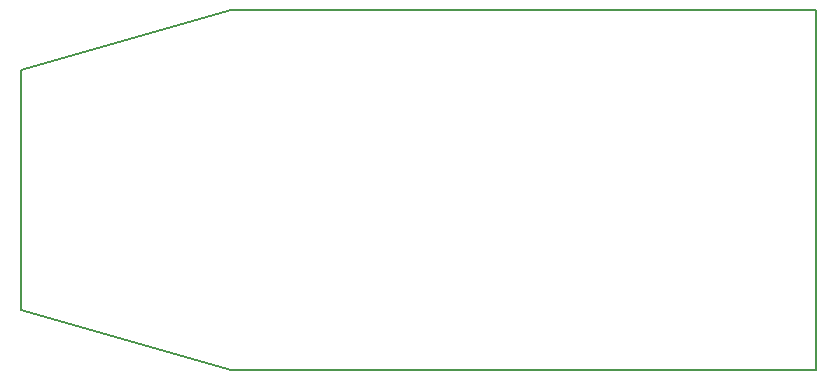
<source format=gbr>
G04 DipTrace 2.4.0.2*
%INBoardOutline.gbr*%
%MOIN*%
%ADD11C,0.0055*%
%FSLAX44Y44*%
G04*
G70*
G90*
G75*
G01*
%LNBoardOutline*%
%LPD*%
X3940Y5940D2*
D11*
Y13940D1*
X10940Y15940D1*
X30440D1*
Y3940D1*
X10940D1*
X3940Y5940D1*
M02*

</source>
